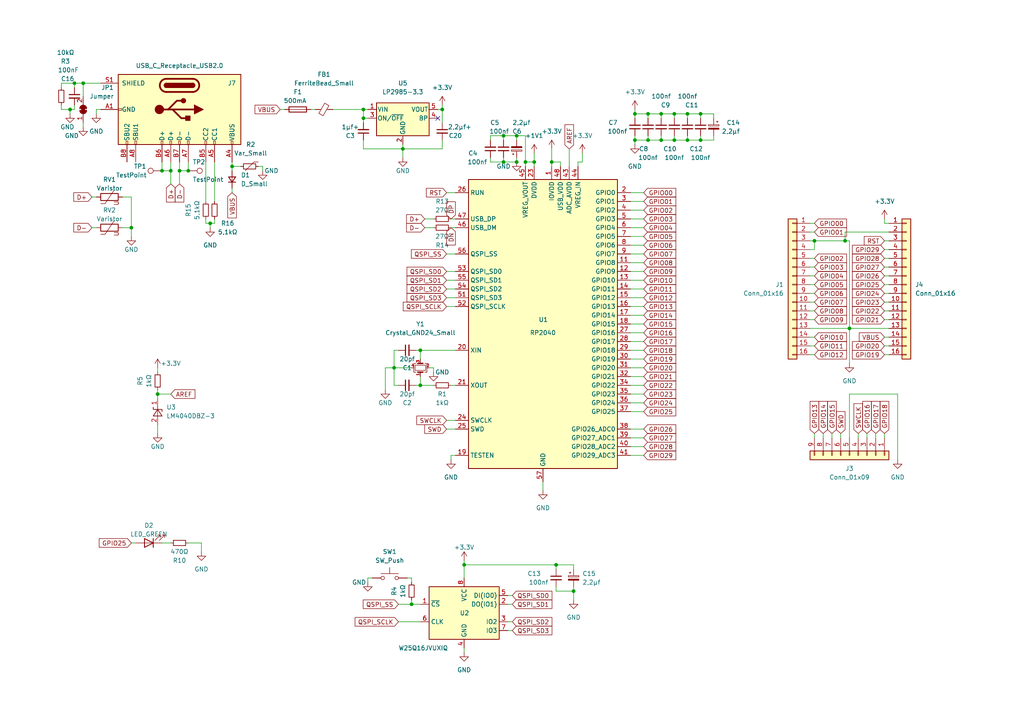
<source format=kicad_sch>
(kicad_sch (version 20230121) (generator eeschema)
  (paper "A4")
  (title_block (title "Epi 2040") (company "Rasmus L."))
  (junction (at 203.2 40.64))
  (junction (at 67.31 48.26))
  (junction (at 203.2 33.02))
  (junction (at 146.05 46.99))
  (junction (at 191.77 40.64))
  (junction (at 160.02 46.99))
  (junction (at 184.15 33.02))
  (junction (at 134.62 163.83))
  (junction (at 121.92 101.6))
  (junction (at 60.96 64.77))
  (junction (at 195.58 33.02))
  (junction (at 20.32 31.75))
  (junction (at 166.37 171.45))
  (junction (at 184.15 40.64))
  (junction (at 128.27 31.75))
  (junction (at 116.84 43.18))
  (junction (at 187.96 40.64))
  (junction (at 149.86 46.99))
  (junction (at 49.53 49.53))
  (junction (at 149.86 39.37))
  (junction (at 119.38 175.26))
  (junction (at 105.41 34.29))
  (junction (at 246.38 95.25))
  (junction (at 54.61 49.53))
  (junction (at 52.07 49.53))
  (junction (at 146.05 39.37))
  (junction (at 245.11 69.85))
  (junction (at 199.39 33.02))
  (junction (at 236.22 69.85))
  (junction (at 152.4 46.99))
  (junction (at 195.58 40.64))
  (junction (at 191.77 33.02))
  (junction (at 38.1 66.04))
  (junction (at 105.41 31.75))
  (junction (at 161.29 163.83))
  (junction (at 46.99 49.53))
  (junction (at 187.96 33.02))
  (junction (at 21.59 24.13))
  (junction (at 24.13 24.13))
  (junction (at 199.39 40.64))
  (junction (at 121.92 111.76))
  (junction (at 114.3 106.68))
  (junction (at 154.94 46.99))
  (junction (at 45.72 114.3))
  (no_connect (at 127 34.29))
  (wire (pts (xy 191.77 33.02) (xy 187.96 33.02)))
  (wire (pts (xy 182.88 58.42) (xy 186.69 58.42)))
  (wire (pts (xy 182.88 114.3) (xy 186.69 114.3)))
  (wire (pts (xy 134.62 187.96) (xy 134.62 189.23)))
  (wire (pts (xy 182.88 60.96) (xy 186.69 60.96)))
  (wire (pts (xy 191.77 34.29) (xy 191.77 33.02)))
  (wire (pts (xy 182.88 106.68) (xy 186.69 106.68)))
  (wire (pts (xy 45.72 123.19) (xy 45.72 125.73)))
  (wire (pts (xy 246.38 127) (xy 246.38 114.3)))
  (wire (pts (xy 161.29 170.18) (xy 161.29 171.45)))
  (wire (pts (xy 195.58 34.29) (xy 195.58 33.02)))
  (wire (pts (xy 67.31 48.26) (xy 69.85 48.26)))
  (wire (pts (xy 38.1 157.48) (xy 39.37 157.48)))
  (wire (pts (xy 238.76 125.73) (xy 238.76 127)))
  (wire (pts (xy 45.72 114.3) (xy 49.53 114.3)))
  (wire (pts (xy 256.54 77.47) (xy 257.81 77.47)))
  (wire (pts (xy 191.77 39.37) (xy 191.77 40.64)))
  (wire (pts (xy 162.56 46.99) (xy 160.02 46.99)))
  (wire (pts (xy 146.05 40.64) (xy 146.05 39.37)))
  (wire (pts (xy 147.32 172.72) (xy 148.59 172.72)))
  (wire (pts (xy 245.11 69.85) (xy 246.38 69.85)))
  (wire (pts (xy 149.86 39.37) (xy 152.4 39.37)))
  (wire (pts (xy 142.24 40.64) (xy 142.24 39.37)))
  (wire (pts (xy 129.54 83.82) (xy 132.08 83.82)))
  (wire (pts (xy 236.22 77.47) (xy 234.95 77.47)))
  (wire (pts (xy 161.29 163.83) (xy 166.37 163.83)))
  (wire (pts (xy 162.56 48.26) (xy 162.56 46.99)))
  (wire (pts (xy 246.38 69.85) (xy 246.38 95.25)))
  (wire (pts (xy 246.38 114.3) (xy 260.35 114.3)))
  (wire (pts (xy 106.68 167.64) (xy 106.68 168.91)))
  (wire (pts (xy 20.32 31.75) (xy 20.32 33.02)))
  (wire (pts (xy 207.01 40.64) (xy 203.2 40.64)))
  (wire (pts (xy 195.58 40.64) (xy 191.77 40.64)))
  (wire (pts (xy 96.52 31.75) (xy 105.41 31.75)))
  (wire (pts (xy 52.07 49.53) (xy 52.07 53.34)))
  (wire (pts (xy 256.54 90.17) (xy 257.81 90.17)))
  (wire (pts (xy 199.39 40.64) (xy 195.58 40.64)))
  (wire (pts (xy 129.54 78.74) (xy 132.08 78.74)))
  (wire (pts (xy 236.22 80.01) (xy 234.95 80.01)))
  (wire (pts (xy 182.88 101.6) (xy 186.69 101.6)))
  (wire (pts (xy 236.22 69.85) (xy 245.11 69.85)))
  (wire (pts (xy 182.88 109.22) (xy 186.69 109.22)))
  (wire (pts (xy 52.07 46.99) (xy 52.07 49.53)))
  (wire (pts (xy 256.54 85.09) (xy 257.81 85.09)))
  (wire (pts (xy 195.58 33.02) (xy 191.77 33.02)))
  (wire (pts (xy 256.54 64.77) (xy 257.81 64.77)))
  (wire (pts (xy 182.88 86.36) (xy 186.69 86.36)))
  (wire (pts (xy 147.32 175.26) (xy 148.59 175.26)))
  (wire (pts (xy 123.19 66.04) (xy 125.73 66.04)))
  (wire (pts (xy 76.2 48.26) (xy 74.93 48.26)))
  (wire (pts (xy 257.81 69.85) (xy 256.54 69.85)))
  (wire (pts (xy 111.76 106.68) (xy 114.3 106.68)))
  (wire (pts (xy 149.86 45.72) (xy 149.86 46.99)))
  (wire (pts (xy 166.37 171.45) (xy 166.37 170.18)))
  (wire (pts (xy 182.88 55.88) (xy 186.69 55.88)))
  (wire (pts (xy 67.31 46.99) (xy 67.31 48.26)))
  (wire (pts (xy 182.88 83.82) (xy 186.69 83.82)))
  (wire (pts (xy 105.41 34.29) (xy 105.41 35.56)))
  (wire (pts (xy 203.2 33.02) (xy 203.2 34.29)))
  (wire (pts (xy 59.69 64.77) (xy 60.96 64.77)))
  (wire (pts (xy 203.2 39.37) (xy 203.2 40.64)))
  (wire (pts (xy 256.54 82.55) (xy 257.81 82.55)))
  (wire (pts (xy 236.22 85.09) (xy 234.95 85.09)))
  (wire (pts (xy 116.84 43.18) (xy 116.84 45.72)))
  (wire (pts (xy 67.31 54.61) (xy 67.31 55.88)))
  (wire (pts (xy 256.54 87.63) (xy 257.81 87.63)))
  (wire (pts (xy 58.42 160.02) (xy 58.42 157.48)))
  (wire (pts (xy 168.91 46.99) (xy 167.64 46.99)))
  (wire (pts (xy 26.67 57.15) (xy 27.94 57.15)))
  (wire (pts (xy 21.59 31.75) (xy 20.32 31.75)))
  (wire (pts (xy 121.92 111.76) (xy 125.73 111.76)))
  (wire (pts (xy 121.92 101.6) (xy 121.92 104.14)))
  (wire (pts (xy 115.57 175.26) (xy 119.38 175.26)))
  (wire (pts (xy 49.53 157.48) (xy 46.99 157.48)))
  (wire (pts (xy 260.35 114.3) (xy 260.35 133.35)))
  (wire (pts (xy 128.27 30.48) (xy 128.27 31.75)))
  (wire (pts (xy 146.05 39.37) (xy 149.86 39.37)))
  (wire (pts (xy 119.38 167.64) (xy 118.11 167.64)))
  (wire (pts (xy 27.94 31.75) (xy 29.21 31.75)))
  (wire (pts (xy 121.92 101.6) (xy 132.08 101.6)))
  (wire (pts (xy 105.41 31.75) (xy 106.68 31.75)))
  (wire (pts (xy 142.24 39.37) (xy 146.05 39.37)))
  (wire (pts (xy 62.23 64.77) (xy 62.23 63.5)))
  (wire (pts (xy 24.13 35.56) (xy 24.13 36.83)))
  (wire (pts (xy 256.54 74.93) (xy 257.81 74.93)))
  (wire (pts (xy 182.88 71.12) (xy 186.69 71.12)))
  (wire (pts (xy 248.92 125.73) (xy 248.92 127)))
  (wire (pts (xy 184.15 40.64) (xy 187.96 40.64)))
  (wire (pts (xy 157.48 139.7) (xy 157.48 142.24)))
  (wire (pts (xy 60.96 66.04) (xy 60.96 64.77)))
  (wire (pts (xy 251.46 125.73) (xy 251.46 127)))
  (wire (pts (xy 130.81 66.04) (xy 132.08 66.04)))
  (wire (pts (xy 127 31.75) (xy 128.27 31.75)))
  (wire (pts (xy 207.01 39.37) (xy 207.01 40.64)))
  (wire (pts (xy 128.27 40.64) (xy 128.27 43.18)))
  (wire (pts (xy 130.81 111.76) (xy 132.08 111.76)))
  (wire (pts (xy 182.88 63.5) (xy 186.69 63.5)))
  (wire (pts (xy 130.81 132.08) (xy 130.81 133.35)))
  (wire (pts (xy 119.38 173.99) (xy 119.38 175.26)))
  (wire (pts (xy 129.54 121.92) (xy 132.08 121.92)))
  (wire (pts (xy 256.54 125.73) (xy 256.54 127)))
  (wire (pts (xy 256.54 100.33) (xy 257.81 100.33)))
  (wire (pts (xy 236.22 90.17) (xy 234.95 90.17)))
  (wire (pts (xy 236.22 87.63) (xy 234.95 87.63)))
  (wire (pts (xy 182.88 93.98) (xy 186.69 93.98)))
  (wire (pts (xy 236.22 82.55) (xy 234.95 82.55)))
  (wire (pts (xy 123.19 63.5) (xy 125.73 63.5)))
  (wire (pts (xy 115.57 180.34) (xy 121.92 180.34)))
  (wire (pts (xy 182.88 66.04) (xy 186.69 66.04)))
  (wire (pts (xy 81.28 31.75) (xy 82.55 31.75)))
  (wire (pts (xy 243.84 125.73) (xy 243.84 127)))
  (wire (pts (xy 59.69 46.99) (xy 59.69 58.42)))
  (wire (pts (xy 62.23 46.99) (xy 62.23 58.42)))
  (wire (pts (xy 236.22 102.87) (xy 234.95 102.87)))
  (wire (pts (xy 24.13 24.13) (xy 21.59 24.13)))
  (wire (pts (xy 182.88 81.28) (xy 186.69 81.28)))
  (wire (pts (xy 256.54 63.5) (xy 256.54 64.77)))
  (wire (pts (xy 45.72 114.3) (xy 45.72 115.57)))
  (wire (pts (xy 246.38 95.25) (xy 257.81 95.25)))
  (wire (pts (xy 38.1 57.15) (xy 38.1 66.04)))
  (wire (pts (xy 182.88 73.66) (xy 186.69 73.66)))
  (wire (pts (xy 119.38 167.64) (xy 119.38 168.91)))
  (wire (pts (xy 21.59 30.48) (xy 21.59 31.75)))
  (wire (pts (xy 207.01 33.02) (xy 203.2 33.02)))
  (wire (pts (xy 187.96 34.29) (xy 187.96 33.02)))
  (wire (pts (xy 134.62 163.83) (xy 161.29 163.83)))
  (wire (pts (xy 166.37 165.1) (xy 166.37 163.83)))
  (wire (pts (xy 146.05 45.72) (xy 146.05 46.99)))
  (wire (pts (xy 38.1 66.04) (xy 38.1 68.58)))
  (wire (pts (xy 121.92 109.22) (xy 121.92 111.76)))
  (wire (pts (xy 49.53 49.53) (xy 49.53 46.99)))
  (wire (pts (xy 234.95 69.85) (xy 236.22 69.85)))
  (wire (pts (xy 236.22 74.93) (xy 234.95 74.93)))
  (wire (pts (xy 116.84 41.91) (xy 116.84 43.18)))
  (wire (pts (xy 254 125.73) (xy 254 127)))
  (wire (pts (xy 45.72 106.68) (xy 45.72 107.95)))
  (wire (pts (xy 236.22 92.71) (xy 234.95 92.71)))
  (wire (pts (xy 24.13 24.13) (xy 29.21 24.13)))
  (wire (pts (xy 24.13 27.94) (xy 24.13 24.13)))
  (wire (pts (xy 182.88 78.74) (xy 186.69 78.74)))
  (wire (pts (xy 182.88 124.46) (xy 186.69 124.46)))
  (wire (pts (xy 152.4 46.99) (xy 152.4 48.26)))
  (wire (pts (xy 182.88 68.58) (xy 186.69 68.58)))
  (wire (pts (xy 236.22 69.85) (xy 236.22 72.39)))
  (wire (pts (xy 26.67 66.04) (xy 27.94 66.04)))
  (wire (pts (xy 234.95 95.25) (xy 246.38 95.25)))
  (wire (pts (xy 168.91 44.45) (xy 168.91 46.99)))
  (wire (pts (xy 129.54 73.66) (xy 132.08 73.66)))
  (wire (pts (xy 27.94 31.75) (xy 27.94 33.02)))
  (wire (pts (xy 114.3 106.68) (xy 114.3 101.6)))
  (wire (pts (xy 154.94 48.26) (xy 154.94 46.99)))
  (wire (pts (xy 256.54 80.01) (xy 257.81 80.01)))
  (wire (pts (xy 184.15 40.64) (xy 184.15 41.91)))
  (wire (pts (xy 130.81 63.5) (xy 132.08 63.5)))
  (wire (pts (xy 46.99 49.53) (xy 49.53 49.53)))
  (wire (pts (xy 142.24 46.99) (xy 146.05 46.99)))
  (wire (pts (xy 191.77 40.64) (xy 187.96 40.64)))
  (wire (pts (xy 203.2 33.02) (xy 199.39 33.02)))
  (wire (pts (xy 54.61 46.99) (xy 54.61 49.53)))
  (wire (pts (xy 154.94 46.99) (xy 152.4 46.99)))
  (wire (pts (xy 125.73 106.68) (xy 124.46 106.68)))
  (wire (pts (xy 167.64 46.99) (xy 167.64 48.26)))
  (wire (pts (xy 46.99 46.99) (xy 46.99 49.53)))
  (wire (pts (xy 256.54 102.87) (xy 257.81 102.87)))
  (wire (pts (xy 129.54 55.88) (xy 132.08 55.88)))
  (wire (pts (xy 134.62 162.56) (xy 134.62 163.83)))
  (wire (pts (xy 256.54 72.39) (xy 257.81 72.39)))
  (wire (pts (xy 236.22 64.77) (xy 234.95 64.77)))
  (wire (pts (xy 207.01 34.29) (xy 207.01 33.02)))
  (wire (pts (xy 76.2 49.53) (xy 76.2 48.26)))
  (wire (pts (xy 49.53 49.53) (xy 49.53 53.34)))
  (wire (pts (xy 90.17 31.75) (xy 91.44 31.75)))
  (wire (pts (xy 236.22 100.33) (xy 234.95 100.33)))
  (wire (pts (xy 161.29 171.45) (xy 166.37 171.45)))
  (wire (pts (xy 236.22 125.73) (xy 236.22 127)))
  (wire (pts (xy 203.2 40.64) (xy 199.39 40.64)))
  (wire (pts (xy 182.88 116.84) (xy 186.69 116.84)))
  (wire (pts (xy 52.07 49.53) (xy 54.61 49.53)))
  (wire (pts (xy 120.65 111.76) (xy 121.92 111.76)))
  (wire (pts (xy 165.1 43.18) (xy 165.1 48.26)))
  (wire (pts (xy 38.1 66.04) (xy 35.56 66.04)))
  (wire (pts (xy 132.08 132.08) (xy 130.81 132.08)))
  (wire (pts (xy 119.38 175.26) (xy 121.92 175.26)))
  (wire (pts (xy 105.41 31.75) (xy 105.41 34.29)))
  (wire (pts (xy 59.69 63.5) (xy 59.69 64.77)))
  (wire (pts (xy 199.39 39.37) (xy 199.39 40.64)))
  (wire (pts (xy 236.22 67.31) (xy 234.95 67.31)))
  (wire (pts (xy 184.15 33.02) (xy 184.15 34.29)))
  (wire (pts (xy 182.88 132.08) (xy 186.69 132.08)))
  (wire (pts (xy 146.05 46.99) (xy 149.86 46.99)))
  (wire (pts (xy 182.88 88.9) (xy 186.69 88.9)))
  (wire (pts (xy 147.32 182.88) (xy 148.59 182.88)))
  (wire (pts (xy 116.84 43.18) (xy 128.27 43.18)))
  (wire (pts (xy 105.41 43.18) (xy 116.84 43.18)))
  (wire (pts (xy 234.95 72.39) (xy 236.22 72.39)))
  (wire (pts (xy 114.3 111.76) (xy 114.3 106.68)))
  (wire (pts (xy 187.96 40.64) (xy 187.96 39.37)))
  (wire (pts (xy 114.3 106.68) (xy 119.38 106.68)))
  (wire (pts (xy 161.29 163.83) (xy 161.29 165.1)))
  (wire (pts (xy 134.62 163.83) (xy 134.62 167.64)))
  (wire (pts (xy 195.58 39.37) (xy 195.58 40.64)))
  (wire (pts (xy 154.94 44.45) (xy 154.94 46.99)))
  (wire (pts (xy 166.37 171.45) (xy 166.37 173.99)))
  (wire (pts (xy 21.59 25.4) (xy 21.59 24.13)))
  (wire (pts (xy 187.96 33.02) (xy 184.15 33.02)))
  (wire (pts (xy 182.88 96.52) (xy 186.69 96.52)))
  (wire (pts (xy 111.76 106.68) (xy 111.76 113.03)))
  (wire (pts (xy 142.24 45.72) (xy 142.24 46.99)))
  (wire (pts (xy 105.41 40.64) (xy 105.41 43.18)))
  (wire (pts (xy 58.42 157.48) (xy 54.61 157.48)))
  (wire (pts (xy 147.32 180.34) (xy 148.59 180.34)))
  (wire (pts (xy 256.54 92.71) (xy 257.81 92.71)))
  (wire (pts (xy 182.88 119.38) (xy 186.69 119.38)))
  (wire (pts (xy 125.73 107.95) (xy 125.73 106.68)))
  (wire (pts (xy 17.78 30.48) (xy 17.78 31.75)))
  (wire (pts (xy 199.39 34.29) (xy 199.39 33.02)))
  (wire (pts (xy 107.95 167.64) (xy 106.68 167.64)))
  (wire (pts (xy 182.88 99.06) (xy 186.69 99.06)))
  (wire (pts (xy 256.54 97.79) (xy 257.81 97.79)))
  (wire (pts (xy 241.3 125.73) (xy 241.3 127)))
  (wire (pts (xy 45.72 113.03) (xy 45.72 114.3)))
  (wire (pts (xy 182.88 76.2) (xy 186.69 76.2)))
  (wire (pts (xy 182.88 129.54) (xy 186.69 129.54)))
  (wire (pts (xy 245.11 67.31) (xy 245.11 69.85)))
  (wire (pts (xy 184.15 39.37) (xy 184.15 40.64)))
  (wire (pts (xy 114.3 101.6) (xy 115.57 101.6)))
  (wire (pts (xy 106.68 34.29) (xy 105.41 34.29)))
  (wire (pts (xy 160.02 43.18) (xy 160.02 46.99)))
  (wire (pts (xy 129.54 88.9) (xy 132.08 88.9)))
  (wire (pts (xy 67.31 48.26) (xy 67.31 49.53)))
  (wire (pts (xy 199.39 33.02) (xy 195.58 33.02)))
  (wire (pts (xy 182.88 127) (xy 186.69 127)))
  (wire (pts (xy 115.57 111.76) (xy 114.3 111.76)))
  (wire (pts (xy 182.88 111.76) (xy 186.69 111.76)))
  (wire (pts (xy 182.88 104.14) (xy 186.69 104.14)))
  (wire (pts (xy 20.32 31.75) (xy 17.78 31.75)))
  (wire (pts (xy 129.54 124.46) (xy 132.08 124.46)))
  (wire (pts (xy 120.65 101.6) (xy 121.92 101.6)))
  (wire (pts (xy 184.15 31.75) (xy 184.15 33.02)))
  (wire (pts (xy 129.54 81.28) (xy 132.08 81.28)))
  (wire (pts (xy 152.4 39.37) (xy 152.4 46.99)))
  (wire (pts (xy 257.81 67.31) (xy 245.11 67.31)))
  (wire (pts (xy 246.38 95.25) (xy 246.38 105.41)))
  (wire (pts (xy 128.27 31.75) (xy 128.27 35.56)))
  (wire (pts (xy 160.02 46.99) (xy 160.02 48.26)))
  (wire (pts (xy 182.88 91.44) (xy 186.69 91.44)))
  (wire (pts (xy 149.86 40.64) (xy 149.86 39.37)))
  (wire (pts (xy 17.78 24.13) (xy 17.78 25.4)))
  (wire (pts (xy 35.56 57.15) (xy 38.1 57.15)))
  (wire (pts (xy 236.22 97.79) (xy 234.95 97.79)))
  (wire (pts (xy 60.96 64.77) (xy 62.23 64.77)))
  (wire (pts (xy 129.54 86.36) (xy 132.08 86.36)))
  (wire (pts (xy 21.59 24.13) (xy 17.78 24.13)))
  (global_label "SWD" (shape input) (at 129.54 124.46 180) (property "Intersheetrefs" "${INTERSHEET_REFS}" (effects hide)))
  (global_label "GPIO09" (shape input) (at 236.22 92.71 0) (property "Intersheetrefs" "${INTERSHEET_REFS}" (effects hide)))
  (global_label "GPIO19" (shape input) (at 186.69 104.14 0) (property "Intersheetrefs" "${INTERSHEET_REFS}" (effects hide)))
  (global_label "VBUS" (shape input) (at 256.54 97.79 180) (property "Intersheetrefs" "${INTERSHEET_REFS}" (effects hide)))
  (global_label "QSPI_SD0" (shape input) (at 148.59 172.72 0) (property "Intersheetrefs" "${INTERSHEET_REFS}" (effects hide)))
  (global_label "GPIO01" (shape input) (at 186.69 58.42 0) (property "Intersheetrefs" "${INTERSHEET_REFS}" (effects hide)))
  (global_label "GPIO27" (shape input) (at 186.69 127 0) (property "Intersheetrefs" "${INTERSHEET_REFS}" (effects hide)))
  (global_label "GPIO16" (shape input) (at 186.69 96.52 0) (property "Intersheetrefs" "${INTERSHEET_REFS}" (effects hide)))
  (global_label "VBUS" (shape input) (at 67.31 55.88 270) (property "Intersheetrefs" "${INTERSHEET_REFS}" (effects hide)))
  (global_label "QSPI_SD2" (shape input) (at 129.54 83.82 180) (property "Intersheetrefs" "${INTERSHEET_REFS}" (effects hide)))
  (global_label "GPIO10" (shape input) (at 186.69 81.28 0) (property "Intersheetrefs" "${INTERSHEET_REFS}" (effects hide)))
  (global_label "GPIO25" (shape input) (at 38.1 157.48 180) (property "Intersheetrefs" "${INTERSHEET_REFS}" (effects hide)))
  (global_label "GPIO14" (shape input) (at 186.69 91.44 0) (property "Intersheetrefs" "${INTERSHEET_REFS}" (effects hide)))
  (global_label "GPIO16" (shape input) (at 251.46 125.73 90) (property "Intersheetrefs" "${INTERSHEET_REFS}" (effects hide)))
  (global_label "GPIO06" (shape input) (at 186.69 71.12 0) (property "Intersheetrefs" "${INTERSHEET_REFS}" (effects hide)))
  (global_label "GPIO03" (shape input) (at 236.22 77.47 0) (property "Intersheetrefs" "${INTERSHEET_REFS}" (effects hide)))
  (global_label "QSPI_SD3" (shape input) (at 129.54 86.36 180) (property "Intersheetrefs" "${INTERSHEET_REFS}" (effects hide)))
  (global_label "GPIO05" (shape input) (at 186.69 68.58 0) (property "Intersheetrefs" "${INTERSHEET_REFS}" (effects hide)))
  (global_label "GPIO25" (shape input) (at 186.69 119.38 0) (property "Intersheetrefs" "${INTERSHEET_REFS}" (effects hide)))
  (global_label "GPIO21" (shape input) (at 186.69 109.22 0) (property "Intersheetrefs" "${INTERSHEET_REFS}" (effects hide)))
  (global_label "SWCLK" (shape input) (at 248.92 125.73 90) (property "Intersheetrefs" "${INTERSHEET_REFS}" (effects hide)))
  (global_label "QSPI_SS" (shape input) (at 115.57 175.26 180) (property "Intersheetrefs" "${INTERSHEET_REFS}" (effects hide)))
  (global_label "GPIO03" (shape input) (at 186.69 63.5 0) (property "Intersheetrefs" "${INTERSHEET_REFS}" (effects hide)))
  (global_label "GPIO02" (shape input) (at 236.22 74.93 0) (property "Intersheetrefs" "${INTERSHEET_REFS}" (effects hide)))
  (global_label "GPIO14" (shape input) (at 238.76 125.73 90) (property "Intersheetrefs" "${INTERSHEET_REFS}" (effects hide)))
  (global_label "GPIO22" (shape input) (at 186.69 111.76 0) (property "Intersheetrefs" "${INTERSHEET_REFS}" (effects hide)))
  (global_label "GPIO19" (shape input) (at 256.54 102.87 180) (property "Intersheetrefs" "${INTERSHEET_REFS}" (effects hide)))
  (global_label "D-" (shape input) (at 52.07 53.34 270) (property "Intersheetrefs" "${INTERSHEET_REFS}" (effects hide)))
  (global_label "GPIO04" (shape input) (at 236.22 80.01 0) (property "Intersheetrefs" "${INTERSHEET_REFS}" (effects hide)))
  (global_label "GPIO29" (shape input) (at 256.54 72.39 180) (property "Intersheetrefs" "${INTERSHEET_REFS}" (effects hide)))
  (global_label "D-" (shape input) (at 123.19 66.04 180) (property "Intersheetrefs" "${INTERSHEET_REFS}" (effects hide)))
  (global_label "GPIO22" (shape input) (at 256.54 90.17 180) (property "Intersheetrefs" "${INTERSHEET_REFS}" (effects hide)))
  (global_label "QSPI_SD0" (shape input) (at 129.54 78.74 180) (property "Intersheetrefs" "${INTERSHEET_REFS}" (effects hide)))
  (global_label "GPIO10" (shape input) (at 236.22 97.79 0) (property "Intersheetrefs" "${INTERSHEET_REFS}" (effects hide)))
  (global_label "GPIO21" (shape input) (at 256.54 92.71 180) (property "Intersheetrefs" "${INTERSHEET_REFS}" (effects hide)))
  (global_label "QSPI_SD1" (shape input) (at 148.59 175.26 0) (property "Intersheetrefs" "${INTERSHEET_REFS}" (effects hide)))
  (global_label "GPIO24" (shape input) (at 256.54 85.09 180) (property "Intersheetrefs" "${INTERSHEET_REFS}" (effects hide)))
  (global_label "AREF" (shape input) (at 49.53 114.3 0) (property "Intersheetrefs" "${INTERSHEET_REFS}" (effects hide)))
  (global_label "RST" (shape input) (at 129.54 55.88 180) (property "Intersheetrefs" "${INTERSHEET_REFS}" (effects hide)))
  (global_label "DP" (shape input) (at 130.81 63.5 90) (property "Intersheetrefs" "${INTERSHEET_REFS}" (effects hide)))
  (global_label "D+" (shape input) (at 26.67 57.15 180) (property "Intersheetrefs" "${INTERSHEET_REFS}" (effects hide)))
  (global_label "GPIO04" (shape input) (at 186.69 66.04 0) (property "Intersheetrefs" "${INTERSHEET_REFS}" (effects hide)))
  (global_label "VBUS" (shape input) (at 81.28 31.75 180) (property "Intersheetrefs" "${INTERSHEET_REFS}" (effects hide)))
  (global_label "D+" (shape input) (at 123.19 63.5 180) (property "Intersheetrefs" "${INTERSHEET_REFS}" (effects hide)))
  (global_label "GPIO26" (shape input) (at 256.54 80.01 180) (property "Intersheetrefs" "${INTERSHEET_REFS}" (effects hide)))
  (global_label "GPIO15" (shape input) (at 186.69 93.98 0) (property "Intersheetrefs" "${INTERSHEET_REFS}" (effects hide)))
  (global_label "GPIO13" (shape input) (at 186.69 88.9 0) (property "Intersheetrefs" "${INTERSHEET_REFS}" (effects hide)))
  (global_label "SWD" (shape input) (at 243.84 125.73 90) (property "Intersheetrefs" "${INTERSHEET_REFS}" (effects hide)))
  (global_label "QSPI_SCLK" (shape input) (at 115.57 180.34 180) (property "Intersheetrefs" "${INTERSHEET_REFS}" (effects hide)))
  (global_label "GPIO17" (shape input) (at 254 125.73 90) (property "Intersheetrefs" "${INTERSHEET_REFS}" (effects hide)))
  (global_label "RST" (shape input) (at 256.54 69.85 180) (property "Intersheetrefs" "${INTERSHEET_REFS}" (effects hide)))
  (global_label "GPIO26" (shape input) (at 186.69 124.46 0) (property "Intersheetrefs" "${INTERSHEET_REFS}" (effects hide)))
  (global_label "AREF" (shape input) (at 165.1 43.18 90) (property "Intersheetrefs" "${INTERSHEET_REFS}" (effects hide)))
  (global_label "SWCLK" (shape input) (at 129.54 121.92 180) (property "Intersheetrefs" "${INTERSHEET_REFS}" (effects hide)))
  (global_label "GPIO11" (shape input) (at 186.69 83.82 0) (property "Intersheetrefs" "${INTERSHEET_REFS}" (effects hide)))
  (global_label "D-" (shape input) (at 26.67 66.04 180) (property "Intersheetrefs" "${INTERSHEET_REFS}" (effects hide)))
  (global_label "GPIO09" (shape input) (at 186.69 78.74 0) (property "Intersheetrefs" "${INTERSHEET_REFS}" (effects hide)))
  (global_label "GPIO08" (shape input) (at 236.22 90.17 0) (property "Intersheetrefs" "${INTERSHEET_REFS}" (effects hide)))
  (global_label "GPIO18" (shape input) (at 256.54 125.73 90) (property "Intersheetrefs" "${INTERSHEET_REFS}" (effects hide)))
  (global_label "GPIO25" (shape input) (at 256.54 82.55 180) (property "Intersheetrefs" "${INTERSHEET_REFS}" (effects hide)))
  (global_label "GPIO27" (shape input) (at 256.54 77.47 180) (property "Intersheetrefs" "${INTERSHEET_REFS}" (effects hide)))
  (global_label "GPIO28" (shape input) (at 186.69 129.54 0) (property "Intersheetrefs" "${INTERSHEET_REFS}" (effects hide)))
  (global_label "GPIO00" (shape input) (at 236.22 64.77 0) (property "Intersheetrefs" "${INTERSHEET_REFS}" (effects hide)))
  (global_label "GPIO28" (shape input) (at 256.54 74.93 180) (property "Intersheetrefs" "${INTERSHEET_REFS}" (effects hide)))
  (global_label "GPIO15" (shape input) (at 241.3 125.73 90) (property "Intersheetrefs" "${INTERSHEET_REFS}" (effects hide)))
  (global_label "GPIO02" (shape input) (at 186.69 60.96 0) (property "Intersheetrefs" "${INTERSHEET_REFS}" (effects hide)))
  (global_label "GPIO00" (shape input) (at 186.69 55.88 0) (property "Intersheetrefs" "${INTERSHEET_REFS}" (effects hide)))
  (global_label "GPIO08" (shape input) (at 186.69 76.2 0) (property "Intersheetrefs" "${INTERSHEET_REFS}" (effects hide)))
  (global_label "GPIO07" (shape input) (at 236.22 87.63 0) (property "Intersheetrefs" "${INTERSHEET_REFS}" (effects hide)))
  (global_label "GPIO24" (shape input) (at 186.69 116.84 0) (property "Intersheetrefs" "${INTERSHEET_REFS}" (effects hide)))
  (global_label "QSPI_SCLK" (shape input) (at 129.54 88.9 180) (property "Intersheetrefs" "${INTERSHEET_REFS}" (effects hide)))
  (global_label "GPIO01" (shape input) (at 236.22 67.31 0) (property "Intersheetrefs" "${INTERSHEET_REFS}" (effects hide)))
  (global_label "GPIO29" (shape input) (at 186.69 132.08 0) (property "Intersheetrefs" "${INTERSHEET_REFS}" (effects hide)))
  (global_label "GPIO12" (shape input) (at 236.22 102.87 0) (property "Intersheetrefs" "${INTERSHEET_REFS}" (effects hide)))
  (global_label "GPIO20" (shape input) (at 256.54 100.33 180) (property "Intersheetrefs" "${INTERSHEET_REFS}" (effects hide)))
  (global_label "GPIO17" (shape input) (at 186.69 99.06 0) (property "Intersheetrefs" "${INTERSHEET_REFS}" (effects hide)))
  (global_label "GPIO05" (shape input) (at 236.22 82.55 0) (property "Intersheetrefs" "${INTERSHEET_REFS}" (effects hide)))
  (global_label "GPIO06" (shape input) (at 236.22 85.09 0) (property "Intersheetrefs" "${INTERSHEET_REFS}" (effects hide)))
  (global_label "GPIO11" (shape input) (at 236.22 100.33 0) (property "Intersheetrefs" "${INTERSHEET_REFS}" (effects hide)))
  (global_label "QSPI_SD1" (shape input) (at 129.54 81.28 180) (property "Intersheetrefs" "${INTERSHEET_REFS}" (effects hide)))
  (global_label "QSPI_SD3" (shape input) (at 148.59 182.88 0) (property "Intersheetrefs" "${INTERSHEET_REFS}" (effects hide)))
  (global_label "D+" (shape input) (at 49.53 53.34 270) (property "Intersheetrefs" "${INTERSHEET_REFS}" (effects hide)))
  (global_label "GPIO13" (shape input) (at 236.22 125.73 90) (property "Intersheetrefs" "${INTERSHEET_REFS}" (effects hide)))
  (global_label "GPIO23" (shape input) (at 186.69 114.3 0) (property "Intersheetrefs" "${INTERSHEET_REFS}" (effects hide)))
  (global_label "DN" (shape input) (at 130.81 66.04 270) (property "Intersheetrefs" "${INTERSHEET_REFS}" (effects hide)))
  (global_label "GPIO18" (shape input) (at 186.69 101.6 0) (property "Intersheetrefs" "${INTERSHEET_REFS}" (effects hide)))
  (global_label "GPIO07" (shape input) (at 186.69 73.66 0) (property "Intersheetrefs" "${INTERSHEET_REFS}" (effects hide)))
  (global_label "QSPI_SS" (shape input) (at 129.54 73.66 180) (property "Intersheetrefs" "${INTERSHEET_REFS}" (effects hide)))
  (global_label "QSPI_SD2" (shape input) (at 148.59 180.34 0) (property "Intersheetrefs" "${INTERSHEET_REFS}" (effects hide)))
  (global_label "GPIO12" (shape input) (at 186.69 86.36 0) (property "Intersheetrefs" "${INTERSHEET_REFS}" (effects hide)))
  (global_label "GPIO23" (shape input) (at 256.54 87.63 180) (property "Intersheetrefs" "${INTERSHEET_REFS}" (effects hide)))
  (global_label "GPIO20" (shape input) (at 186.69 106.68 0) (property "Intersheetrefs" "${INTERSHEET_REFS}" (effects hide)))
  (symbol (lib_id "DIY:Varistor_Small") (at 72.39 48.26 90) (unit 1)
    (property "Reference" "R2" (at 72.7202 41.91 90))
    (property "Value" "Var_Small" (at 72.7202 44.45 90))
    (property "Footprint" "Resistor_SMD:R_0402_1005Metric" (effects hide))
  )
  (symbol (lib_id "Switch:SW_Push") (at 113.03 167.64 0) (unit 1)
    (property "Reference" "SW1" (at 113.03 160.02 0))
    (property "Value" "SW_Push" (at 113.03 162.56 0))
    (property "Footprint" "DIY:R-668048" (effects hide))
  )
  (symbol (lib_id "power:GND") (at 60.96 66.04 0) (unit 1)
    (property "Reference" "#PWR0111" (effects hide))
    (property "Value" "GND" (at 60.96 71.12 0))
  )
  (symbol (lib_id "Device:C_Small") (at 161.29 167.64 0) (unit 1)
    (property "Reference" "C13" (at 154.94 166.37 0))
    (property "Value" "100nf" (at 156.21 168.91 0))
    (property "Footprint" "Capacitor_SMD:C_0402_1005Metric" (effects hide))
  )
  (symbol (lib_id "Device:R_Small") (at 62.23 60.96 180) (unit 1)
    (property "Reference" "R16" (at 66.04 64.77 0))
    (property "Value" "5,1kΩ" (at 66.04 67.31 0))
    (property "Footprint" "Resistor_SMD:R_0402_1005Metric" (effects hide))
  )
  (symbol (lib_id "Device:R_Small") (at 128.27 66.04 90) (unit 1)
    (property "Reference" "R14" (at 128.27 71.12 90))
    (property "Value" "27Ω" (at 128.27 68.58 90))
    (property "Footprint" "Resistor_SMD:R_0402_1005Metric" (effects hide))
  )
  (symbol (lib_id "Device:C_Small") (at 118.11 101.6 90) (unit 1)
    (property "Reference" "C1" (at 118.11 106.68 90))
    (property "Value" "20pf" (at 118.11 104.14 90))
    (property "Footprint" "Capacitor_SMD:C_0402_1005Metric" (effects hide))
  )
  (symbol (lib_id "power:+3.3V") (at 184.15 31.75 0) (unit 1)
    (property "Reference" "#PWR0106" (effects hide))
    (property "Value" "+3.3V" (at 184.15 26.67 0))
  )
  (symbol (lib_id "Connector:TestPoint") (at 54.61 49.53 270) (unit 1)
    (property "Reference" "TP2" (at 55.88 46.99 90) (effects (justify left)))
    (property "Value" "TestPoint" (at 55.88 52.07 90) (effects (justify left)))
    (property "Footprint" "TestPoint:TestPoint_Pad_1.0x1.0mm" (effects hide))
  )
  (symbol (lib_id "Device:R_Small") (at 128.27 111.76 270) (unit 1)
    (property "Reference" "R1" (at 128.27 114.3 90))
    (property "Value" "1kΩ" (at 128.27 116.84 90))
    (property "Footprint" "Resistor_SMD:R_0402_1005Metric" (effects hide))
  )
  (symbol (lib_id "power:GND") (at 38.1 68.58 0) (unit 1)
    (property "Reference" "#PWR0139" (effects hide))
    (property "Value" "GND" (at 38.1 72.39 0))
  )
  (symbol (lib_id "Device:C_Small") (at 187.96 36.83 180) (unit 1)
    (property "Reference" "C8" (at 186.69 43.18 0))
    (property "Value" "100nf" (at 187.96 45.72 0))
    (property "Footprint" "Capacitor_SMD:C_0402_1005Metric" (effects hide))
  )
  (symbol (lib_id "power:+3.3V") (at 128.27 30.48 0) (unit 1)
    (property "Reference" "#PWR03" (effects hide))
    (property "Value" "+3.3V" (at 128.27 25.4 0))
  )
  (symbol (lib_id "Connector:TestPoint") (at 46.99 49.53 90) (unit 1)
    (property "Reference" "TP1" (at 40.64 48.26 90))
    (property "Value" "TestPoint" (at 38.1 50.8 90))
    (property "Footprint" "TestPoint:TestPoint_Pad_1.0x1.0mm" (effects hide))
  )
  (symbol (lib_id "Device:C_Small") (at 21.59 27.94 0) (unit 1)
    (property "Reference" "C16" (at 21.59 22.86 0) (effects (justify right)))
    (property "Value" "100nF" (at 22.86 20.32 0) (effects (justify right)))
    (property "Footprint" "Resistor_SMD:R_0402_1005Metric" (effects hide))
  )
  (symbol (lib_id "Device:LED") (at 43.18 157.48 180) (unit 1)
    (property "Reference" "D2" (at 43.18 152.4 0))
    (property "Value" "LED_GREEN" (at 43.18 154.94 0))
    (property "Footprint" "LED_SMD:LED_0402_1005Metric" (effects hide))
  )
  (symbol (lib_id "power:GND") (at 76.2 49.53 0) (unit 1)
    (property "Reference" "#PWR04" (effects hide))
    (property "Value" "GND" (at 78.74 49.53 0))
  )
  (symbol (lib_id "Device:D_Small") (at 67.31 52.07 90) (unit 1)
    (property "Reference" "D1" (at 69.85 50.8 90) (effects (justify right)))
    (property "Value" "D_Small" (at 69.85 53.34 90) (effects (justify right)))
    (property "Footprint" "Diode_SMD:D_SOD-323" (effects hide))
  )
  (symbol (lib_id "power:GND") (at 246.38 105.41 0) (unit 1)
    (property "Reference" "#PWR05" (effects hide))
    (property "Value" "GND" (at 246.38 110.49 0))
  )
  (symbol (lib_id "power:GND") (at 116.84 45.72 0) (unit 1)
    (property "Reference" "#PWR02" (effects hide))
    (property "Value" "GND" (at 116.84 49.53 0))
  )
  (symbol (lib_id "power:GND") (at 130.81 133.35 0) (unit 1)
    (property "Reference" "#PWR0127" (effects hide))
    (property "Value" "GND" (at 130.81 138.43 0))
  )
  (symbol (lib_id "power:GND") (at 125.73 107.95 0) (unit 1)
    (property "Reference" "#PWR01" (effects hide))
    (property "Value" "GND" (at 128.27 107.95 0))
  )
  (symbol (lib_id "Device:Crystal_GND24_Small") (at 121.92 106.68 90) (unit 1)
    (property "Reference" "Y1" (at 121.92 93.98 90))
    (property "Value" "Crystal_GND24_Small" (at 121.92 96.52 90))
    (property "Footprint" "Crystal:Crystal_SMD_2520-4Pin_2.5x2.0mm" (effects hide))
  )
  (symbol (lib_id "Device:R_Small") (at 52.07 157.48 90) (unit 1)
    (property "Reference" "R10" (at 52.07 162.56 90))
    (property "Value" "470Ω" (at 52.07 160.02 90))
    (property "Footprint" "Resistor_SMD:R_0402_1005Metric" (effects hide))
  )
  (symbol (lib_id "power:GND") (at 111.76 113.03 0) (unit 1)
    (property "Reference" "#PWR0105" (effects hide))
    (property "Value" "GND" (at 111.76 116.84 0))
  )
  (symbol (lib_id "Device:R_Small") (at 128.27 63.5 270) (unit 1)
    (property "Reference" "R13" (at 128.27 58.42 90))
    (property "Value" "27Ω" (at 128.27 60.96 90))
    (property "Footprint" "Resistor_SMD:R_0402_1005Metric" (effects hide))
  )
  (symbol (lib_id "Device:C_Small") (at 184.15 36.83 180) (unit 1)
    (property "Reference" "C7" (at 177.8 35.56 0))
    (property "Value" "100nf" (at 179.07 38.1 0))
    (property "Footprint" "Capacitor_SMD:C_0402_1005Metric" (effects hide))
  )
  (symbol (lib_id "power:+3.3V") (at 134.62 162.56 0) (unit 1)
    (property "Reference" "#PWR0130" (effects hide))
    (property "Value" "+3.3V" (at 134.62 158.75 0))
  )
  (symbol (lib_id "Device:R_Small") (at 45.72 110.49 0) (unit 1)
    (property "Reference" "R5" (at 40.64 110.49 90))
    (property "Value" "1kΩ" (at 43.18 110.49 90))
    (property "Footprint" "Resistor_SMD:R_0402_1005Metric" (effects hide))
  )
  (symbol (lib_id "Connector:USB_C_Receptacle_USB2.0") (at 52.07 31.75 270) (unit 1)
    (property "Reference" "J7" (at 66.04 24.13 90) (effects (justify left)))
    (property "Value" "USB_C_Receptacle_USB2.0" (at 39.37 19.05 90) (effects (justify left)))
    (property "Footprint" "DIY:USB-C MC-314C-4P16_V2 (2023_01_13 17_48_46 UTC)" (effects hide))
    (property "Datasheet" "https://www.usb.org/sites/default/files/documents/usb_type-c.zip" (effects hide))
  )
  (symbol (lib_id "power:+3.3V") (at 168.91 44.45 0) (unit 1)
    (property "Reference" "#PWR0104" (effects hide))
    (property "Value" "+3.3V" (at 168.91 39.37 0))
  )
  (symbol (lib_id "Device:C_Small") (at 203.2 36.83 0) (unit 1)
    (property "Reference" "C12" (at 201.93 43.18 0))
    (property "Value" "100nf" (at 203.2 45.72 0))
    (property "Footprint" "Capacitor_SMD:C_0402_1005Metric" (effects hide))
  )
  (symbol (lib_id "Regulator_Linear:LP2985-3.3") (at 116.84 34.29 0) (unit 1)
    (property "Reference" "U5" (at 116.84 24.13 0))
    (property "Value" "LP2985-3.3" (at 116.84 26.67 0))
    (property "Footprint" "Package_TO_SOT_SMD:SOT-23-5" (effects hide))
    (property "Datasheet" "http://www.ti.com/lit/ds/symlink/lp2985.pdf" (effects hide))
  )
  (symbol (lib_id "Connector_Generic:Conn_01x16") (at 229.87 82.55 0) (mirror y) (unit 1)
    (property "Reference" "J1" (at 227.33 82.55 0) (effects (justify left)))
    (property "Value" "Conn_01x16" (at 227.33 85.09 0) (effects (justify left)))
    (property "Footprint" "Connector_PinHeader_1.27mm:PinHeader_1x16_P1.27mm_Vertical" (effects hide))
  )
  (symbol (lib_id "power:GND") (at 184.15 41.91 0) (unit 1)
    (property "Reference" "#PWR0102" (effects hide))
    (property "Value" "GND" (at 184.15 48.26 0))
  )
  (symbol (lib_id "Device:Varistor") (at 31.75 57.15 90) (unit 1)
    (property "Reference" "RV1" (at 31.75 52.07 90))
    (property "Value" "Varistor" (at 31.75 54.61 90))
    (property "Footprint" "Resistor_SMD:R_0402_1005Metric" (effects hide))
  )
  (symbol (lib_id "Connector_Generic:Conn_01x09") (at 246.38 132.08 270) (unit 1)
    (property "Reference" "J3" (at 246.38 135.89 90))
    (property "Value" "Conn_01x09" (at 246.38 138.43 90))
    (property "Footprint" "Connector_PinHeader_1.27mm:PinHeader_1x09_P1.27mm_Vertical" (effects hide))
  )
  (symbol (lib_id "Device:C_Small") (at 105.41 38.1 180) (unit 1)
    (property "Reference" "C3" (at 101.6 39.37 0))
    (property "Value" "1µf+" (at 101.6 36.83 0))
    (property "Footprint" "Capacitor_SMD:C_0402_1005Metric" (effects hide))
  )
  (symbol (lib_id "power:GND") (at 58.42 160.02 0) (unit 1)
    (property "Reference" "#PWR0118" (effects hide))
    (property "Value" "GND" (at 58.42 165.1 0))
  )
  (symbol (lib_id "Device:C_Polarized_Small") (at 149.86 43.18 0) (mirror x) (unit 1)
    (property "Reference" "C6" (at 148.59 38.1 0) (effects (justify left)))
    (property "Value" "2,2µf" (at 148.59 35.56 0) (effects (justify left)))
    (property "Footprint" "Capacitor_SMD:C_0402_1005Metric" (effects hide))
  )
  (symbol (lib_id "power:GND") (at 106.68 168.91 0) (unit 1)
    (property "Reference" "#PWR0133" (effects hide))
    (property "Value" "GND" (at 104.14 168.91 0))
  )
  (symbol (lib_id "power:+1V1") (at 154.94 44.45 0) (unit 1)
    (property "Reference" "#PWR0101" (effects hide))
    (property "Value" "+1V1" (at 154.94 39.37 0))
  )
  (symbol (lib_id "Jumper:SolderJumper_2_Bridged") (at 24.13 31.75 270) (mirror x) (unit 1)
    (property "Reference" "JP1" (at 33.02 25.4 90) (effects (justify right)))
    (property "Value" "Jumper" (at 33.02 27.94 90) (effects (justify right)))
    (property "Footprint" "DIY:SolderJumper-2_P1.3mm_Bridged_RoundedPad1.0x1.5mm" (effects hide))
  )
  (symbol (lib_id "Connector_Generic:Conn_01x16") (at 262.89 82.55 0) (unit 1)
    (property "Reference" "J4" (at 265.43 82.55 0) (effects (justify left)))
    (property "Value" "Conn_01x16" (at 265.43 85.09 0) (effects (justify left)))
    (property "Footprint" "Connector_PinHeader_1.27mm:PinHeader_1x16_P1.27mm_Vertical" (effects hide))
  )
  (symbol (lib_id "power:GND") (at 134.62 189.23 0) (unit 1)
    (property "Reference" "#PWR0131" (effects hide))
    (property "Value" "GND" (at 134.62 194.31 0))
  )
  (symbol (lib_id "power:+3.3V") (at 45.72 106.68 0) (unit 1)
    (property "Reference" "#PWR0122" (effects hide))
    (property "Value" "+3.3V" (at 49.53 105.41 0))
  )
  (symbol (lib_id "power:GND") (at 20.32 33.02 0) (mirror y) (unit 1)
    (property "Reference" "#PWR07" (effects hide))
    (property "Value" "GND" (at 21.59 36.83 0) (effects (justify left)))
  )
  (symbol (lib_id "Device:C_Small") (at 118.11 111.76 90) (unit 1)
    (property "Reference" "C2" (at 118.11 116.84 90))
    (property "Value" "20pf" (at 118.11 114.3 90))
    (property "Footprint" "Capacitor_SMD:C_0402_1005Metric" (effects hide))
  )
  (symbol (lib_id "Device:C_Polarized_Small") (at 166.37 167.64 0) (unit 1)
    (property "Reference" "C15" (at 168.91 166.37 0) (effects (justify left)))
    (property "Value" "2,2µf" (at 168.91 168.91 0) (effects (justify left)))
    (property "Footprint" "Capacitor_SMD:C_0402_1005Metric" (effects hide))
  )
  (symbol (lib_id "power:GND") (at 45.72 125.73 0) (unit 1)
    (property "Reference" "#PWR0123" (effects hide))
    (property "Value" "GND" (at 45.72 129.54 0))
  )
  (symbol (lib_id "Device:FerriteBead_Small") (at 93.98 31.75 90) (unit 1)
    (property "Reference" "FB1" (at 93.98 21.59 90))
    (property "Value" "FerriteBead_Small" (at 93.98 24.13 90))
    (property "Footprint" "Resistor_SMD:R_0402_1005Metric" (effects hide))
  )
  (symbol (lib_id "Reference_Voltage:LM4040DBZ-3") (at 45.72 119.38 90) (unit 1)
    (property "Reference" "U3" (at 48.26 118.1099 90) (effects (justify right)))
    (property "Value" "LM4040DBZ-3" (at 48.26 120.6499 90) (effects (justify right)))
    (property "Footprint" "DIY:SOT-23_bättre (2022_12_20 17_46_41 UTC)" (effects hide))
    (property "Datasheet" "http://www.ti.com/lit/ds/symlink/lm4040-n.pdf" (effects hide))
  )
  (symbol (lib_id "Memory_Flash:W25Q32JVSS") (at 134.62 177.8 0) (unit 1)
    (property "Reference" "U2" (at 133.35 177.8 0) (effects (justify left)))
    (property "Value" "W25Q16JVUXIQ" (at 115.57 187.96 0) (effects (justify left)))
    (property "Footprint" "Package_SON:SON-8-1EP_3x2mm_P0.5mm_EP1.4x1.6mm" (effects hide))
    (property "Datasheet" "http://www.winbond.com/resource-files/w25q32jv%20revg%2003272018%20plus.pdf" (effects hide))
  )
  (symbol (lib_id "MCU_RaspberryPi:RP2040") (at 157.48 93.98 0) (unit 1)
    (property "Reference" "U1" (at 156.21 92.71 0) (effects (justify left)))
    (property "Value" "RP2040" (at 153.67 96.52 0) (effects (justify left)))
    (property "Footprint" "Package_DFN_QFN:QFN-56-1EP_7x7mm_P0.4mm_EP3.2x3.2mm" (effects hide))
    (property "Datasheet" "https://datasheets.raspberrypi.com/rp2040/rp2040-datasheet.pdf" (effects hide))
  )
  (symbol (lib_id "Device:Varistor") (at 31.75 66.04 90) (unit 1)
    (property "Reference" "RV2" (at 31.75 60.96 90))
    (property "Value" "Varistor" (at 31.75 63.5 90))
    (property "Footprint" "Resistor_SMD:R_0402_1005Metric" (effects hide))
  )
  (symbol (lib_id "Device:C_Small") (at 128.27 38.1 0) (unit 1)
    (property "Reference" "C20" (at 132.08 39.37 0))
    (property "Value" "2,2µf+" (at 133.35 36.83 0))
    (property "Footprint" "Capacitor_SMD:C_0402_1005Metric" (effects hide))
  )
  (symbol (lib_id "power:GND") (at 260.35 133.35 0) (unit 1)
    (property "Reference" "#PWR0121" (effects hide))
    (property "Value" "GND" (at 260.35 138.43 0))
  )
  (symbol (lib_id "Device:Fuse") (at 86.36 31.75 270) (unit 1)
    (property "Reference" "F1" (at 87.63 26.67 90) (effects (justify right)))
    (property "Value" "500mA" (at 88.9 29.2101 90) (effects (justify right)))
    (property "Footprint" "Fuse:Fuse_0402_1005Metric" (effects hide))
  )
  (symbol (lib_id "Device:C_Small") (at 199.39 36.83 0) (unit 1)
    (property "Reference" "C11" (at 200.66 30.48 0))
    (property "Value" "100nf" (at 199.39 27.94 0))
    (property "Footprint" "Capacitor_SMD:C_0402_1005Metric" (effects hide))
  )
  (symbol (lib_id "Device:R_Small") (at 119.38 171.45 0) (unit 1)
    (property "Reference" "R4" (at 114.3 171.45 90))
    (property "Value" "1kΩ" (at 116.84 171.45 90))
    (property "Footprint" "Resistor_SMD:R_0402_1005Metric" (effects hide))
  )
  (symbol (lib_id "Device:R_Small") (at 17.78 27.94 0) (mirror y) (unit 1)
    (property "Reference" "R3" (at 20.32 17.78 0) (effects (justify left)))
    (property "Value" "10kΩ" (at 21.59 15.24 0) (effects (justify left)))
    (property "Footprint" "Resistor_SMD:R_0402_1005Metric" (effects hide))
  )
  (symbol (lib_id "power:GND") (at 27.94 33.02 0) (unit 1)
    (property "Reference" "#PWR0112" (effects hide))
    (property "Value" "GND" (at 27.94 38.1 0))
  )
  (symbol (lib_id "Device:C_Polarized_Small") (at 207.01 36.83 0) (mirror y) (unit 1)
    (property "Reference" "C14" (at 214.63 35.56 0) (effects (justify left)))
    (property "Value" "2,2µf" (at 214.63 38.1 0) (effects (justify left)))
    (property "Footprint" "Capacitor_SMD:C_0402_1005Metric" (effects hide))
  )
  (symbol (lib_id "power:GND") (at 149.86 46.99 0) (unit 1)
    (property "Reference" "#PWR0107" (effects hide))
    (property "Value" "GND" (at 146.05 48.26 0))
  )
  (symbol (lib_id "power:GND") (at 24.13 36.83 0) (mirror y) (unit 1)
    (property "Reference" "#PWR06" (effects hide))
    (property "Value" "GND" (at 22.86 39.37 0) (effects (justify left)))
  )
  (symbol (lib_id "Device:C_Small") (at 146.05 43.18 180) (unit 1)
    (property "Reference" "C5" (at 143.51 35.56 0))
    (property "Value" "100nf" (at 144.78 38.1 0))
    (property "Footprint" "Capacitor_SMD:C_0402_1005Metric" (effects hide))
  )
  (symbol (lib_id "power:+3.3V") (at 256.54 63.5 0) (mirror y) (unit 1)
    (property "Reference" "#PWR0134" (effects hide))
    (property "Value" "+3.3V" (at 256.54 58.42 0))
  )
  (symbol (lib_id "Device:C_Small") (at 191.77 36.83 0) (unit 1)
    (property "Reference" "C9" (at 193.04 30.48 0))
    (property "Value" "100nf" (at 191.77 27.94 0))
    (property "Footprint" "Capacitor_SMD:C_0402_1005Metric" (effects hide))
  )
  (symbol (lib_id "Device:R_Small") (at 59.69 60.96 0) (unit 1)
    (property "Reference" "R15" (at 54.61 60.96 90))
    (property "Value" "5,1kΩ" (at 57.15 60.96 90))
    (property "Footprint" "Resistor_SMD:R_0402_1005Metric" (effects hide))
  )
  (symbol (lib_id "Device:C_Small") (at 142.24 43.18 180) (unit 1)
    (property "Reference" "C4" (at 137.16 44.45 0))
    (property "Value" "100nf" (at 138.43 46.99 0))
    (property "Footprint" "Capacitor_SMD:C_0402_1005Metric" (effects hide))
  )
  (symbol (lib_id "power:+3.3V") (at 160.02 43.18 0) (unit 1)
    (property "Reference" "#PWR0103" (effects hide))
    (property "Value" "+3.3V" (at 160.02 38.1 0))
  )
  (symbol (lib_id "power:GND") (at 157.48 142.24 0) (unit 1)
    (property "Reference" "#PWR0128" (effects hide))
    (property "Value" "GND" (at 157.48 147.32 0))
  )
  (symbol (lib_id "Device:C_Small") (at 195.58 36.83 180) (unit 1)
    (property "Reference" "C10" (at 194.31 43.18 0))
    (property "Value" "100nf" (at 195.58 45.72 0))
    (property "Footprint" "Capacitor_SMD:C_0402_1005Metric" (effects hide))
  )
  (symbol (lib_id "power:GND") (at 166.37 173.99 0) (unit 1)
    (property "Reference" "#PWR0132" (effects hide))
    (property "Value" "GND" (at 166.37 179.07 0))
  )
)
</source>
